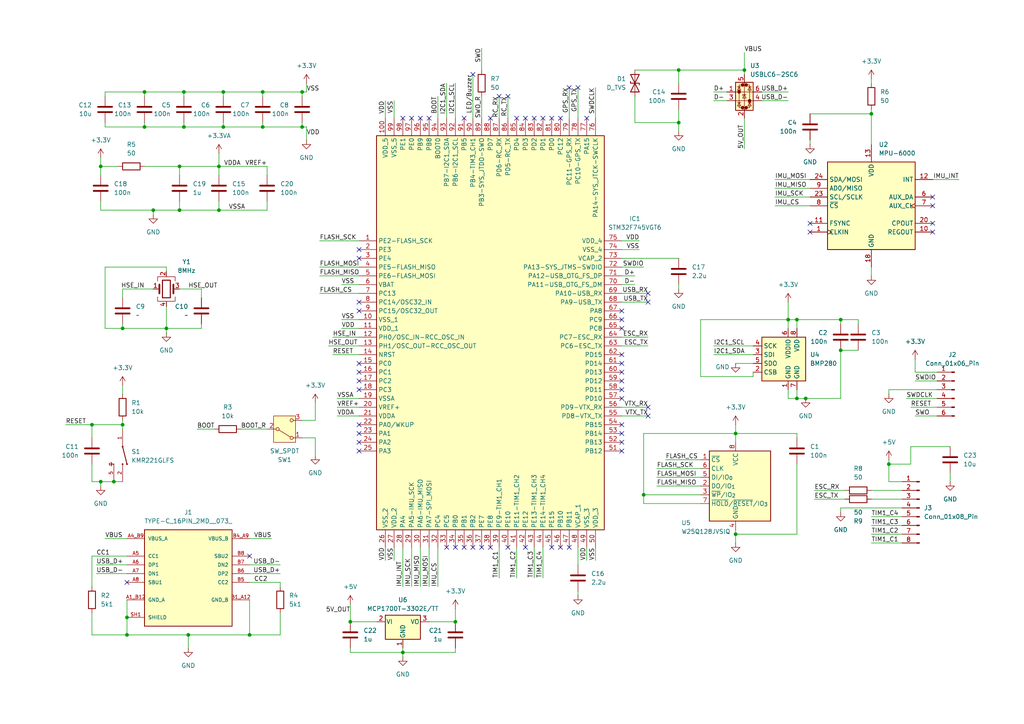
<source format=kicad_sch>
(kicad_sch (version 20250114) (generator "eeschema") (generator_version "9.0")
  (paper "A4")
  (junction (at 87.63 36.83))
  (junction (at 64.77 26.67))
  (junction (at 29.21 139.7))
  (junction (at 36.83 179.07))
  (junction (at 196.85 35.56))
  (junction (at 76.2 26.67))
  (junction (at 44.45 60.96))
  (junction (at 213.36 125.73))
  (junction (at 35.56 95.25))
  (junction (at 76.2 36.83))
  (junction (at 257.81 134.62))
  (junction (at 52.07 60.96))
  (junction (at 26.67 123.19))
  (junction (at 41.91 26.67))
  (junction (at 233.68 115.57))
  (junction (at 33.02 139.7))
  (junction (at 87.63 26.67))
  (junction (at 243.84 92.71))
  (junction (at 231.14 115.57))
  (junction (at 41.91 36.83))
  (junction (at 63.5 60.96))
  (junction (at 213.36 154.94))
  (junction (at 186.69 143.51))
  (junction (at 35.56 123.19))
  (junction (at 215.9 20.32))
  (junction (at 36.83 184.15))
  (junction (at 101.6 180.34))
  (junction (at 228.6 92.71))
  (junction (at 53.34 26.67))
  (junction (at 48.26 95.25))
  (junction (at 72.39 184.15))
  (junction (at 132.08 180.34))
  (junction (at 243.84 101.6))
  (junction (at 29.21 48.26))
  (junction (at 252.73 33.02))
  (junction (at 231.14 92.71))
  (junction (at 52.07 48.26))
  (junction (at 53.34 36.83))
  (junction (at 54.61 184.15))
  (junction (at 116.84 189.23))
  (junction (at 63.5 48.26))
  (junction (at 196.85 20.32))
  (junction (at 64.77 36.83))
  (no_connect (at 180.34 110.49))
  (no_connect (at 104.14 90.17))
  (no_connect (at 104.14 130.81))
  (no_connect (at 72.39 161.29))
  (no_connect (at 104.14 125.73))
  (no_connect (at 270.51 57.15))
  (no_connect (at 170.18 34.29))
  (no_connect (at 119.38 34.29))
  (no_connect (at 187.96 85.09))
  (no_connect (at 162.56 34.29))
  (no_connect (at 180.34 105.41))
  (no_connect (at 154.94 34.29))
  (no_connect (at 104.14 105.41))
  (no_connect (at 187.96 120.65))
  (no_connect (at 187.96 87.63))
  (no_connect (at 124.46 34.29))
  (no_connect (at 165.1 25.4))
  (no_connect (at 180.34 92.71))
  (no_connect (at 104.14 113.03))
  (no_connect (at 147.32 27.94))
  (no_connect (at 104.14 87.63))
  (no_connect (at 139.7 158.75))
  (no_connect (at 137.16 21.59))
  (no_connect (at 167.64 25.4))
  (no_connect (at 142.24 34.29))
  (no_connect (at 180.34 128.27))
  (no_connect (at 104.14 107.95))
  (no_connect (at 152.4 34.29))
  (no_connect (at 180.34 115.57))
  (no_connect (at 180.34 90.17))
  (no_connect (at 142.24 158.75))
  (no_connect (at 270.51 59.69))
  (no_connect (at 180.34 107.95))
  (no_connect (at 129.54 158.75))
  (no_connect (at 134.62 34.29))
  (no_connect (at 270.51 64.77))
  (no_connect (at 180.34 125.73))
  (no_connect (at 180.34 130.81))
  (no_connect (at 162.56 158.75))
  (no_connect (at 147.32 158.75))
  (no_connect (at 137.16 158.75))
  (no_connect (at 180.34 102.87))
  (no_connect (at 234.95 67.31))
  (no_connect (at 116.84 34.29))
  (no_connect (at 180.34 123.19))
  (no_connect (at 134.62 158.75))
  (no_connect (at 234.95 64.77))
  (no_connect (at 104.14 74.93))
  (no_connect (at 144.78 27.94))
  (no_connect (at 104.14 128.27))
  (no_connect (at 270.51 67.31))
  (no_connect (at 160.02 158.75))
  (no_connect (at 152.4 158.75))
  (no_connect (at 180.34 113.03))
  (no_connect (at 36.83 168.91))
  (no_connect (at 149.86 34.29))
  (no_connect (at 157.48 34.29))
  (no_connect (at 132.08 158.75))
  (no_connect (at 121.92 34.29))
  (no_connect (at 104.14 72.39))
  (no_connect (at 180.34 95.25))
  (no_connect (at 165.1 158.75))
  (no_connect (at 104.14 110.49))
  (no_connect (at 160.02 34.29))
  (no_connect (at 187.96 118.11))
  (no_connect (at 104.14 123.19))
  (wire (pts (xy 35.56 83.82) (xy 44.45 83.82)))
  (wire (pts (xy 26.67 170.18) (xy 26.67 161.29)))
  (wire (pts (xy 234.95 40.64) (xy 234.95 41.91)))
  (wire (pts (xy 257.81 114.3) (xy 257.81 113.03)))
  (wire (pts (xy 207.01 26.67) (xy 210.82 26.67)))
  (wire (pts (xy 26.67 161.29) (xy 36.83 161.29)))
  (wire (pts (xy 264.16 134.62) (xy 257.81 134.62)))
  (wire (pts (xy 207.01 102.87) (xy 218.44 102.87)))
  (wire (pts (xy 186.69 146.05) (xy 186.69 143.51)))
  (wire (pts (xy 63.5 58.42) (xy 63.5 60.96)))
  (wire (pts (xy 215.9 20.32) (xy 215.9 21.59)))
  (wire (pts (xy 224.79 54.61) (xy 234.95 54.61)))
  (wire (pts (xy 87.63 36.83) (xy 76.2 36.83)))
  (wire (pts (xy 180.34 77.47) (xy 186.69 77.47)))
  (wire (pts (xy 58.42 86.36) (xy 58.42 83.82)))
  (wire (pts (xy 193.04 133.35) (xy 203.2 133.35)))
  (wire (pts (xy 97.79 120.65) (xy 104.14 120.65)))
  (wire (pts (xy 228.6 115.57) (xy 231.14 115.57)))
  (wire (pts (xy 111.76 29.21) (xy 111.76 34.29)))
  (wire (pts (xy 91.44 121.92) (xy 91.44 116.84)))
  (wire (pts (xy 196.85 20.32) (xy 215.9 20.32)))
  (wire (pts (xy 172.72 25.4) (xy 172.72 34.29)))
  (wire (pts (xy 81.28 168.91) (xy 81.28 170.18)))
  (wire (pts (xy 149.86 158.75) (xy 149.86 167.64)))
  (wire (pts (xy 172.72 158.75) (xy 172.72 162.56)))
  (wire (pts (xy 81.28 177.8) (xy 81.28 184.15)))
  (wire (pts (xy 101.6 189.23) (xy 101.6 187.96)))
  (wire (pts (xy 30.48 77.47) (xy 30.48 95.25)))
  (wire (pts (xy 228.6 92.71) (xy 228.6 95.25)))
  (wire (pts (xy 252.73 142.24) (xy 261.62 142.24)))
  (wire (pts (xy 180.34 85.09) (xy 187.96 85.09)))
  (wire (pts (xy 101.6 175.26) (xy 101.6 180.34)))
  (wire (pts (xy 41.91 36.83) (xy 30.48 36.83)))
  (wire (pts (xy 257.81 133.35) (xy 257.81 134.62)))
  (wire (pts (xy 116.84 190.5) (xy 116.84 189.23)))
  (wire (pts (xy 64.77 35.56) (xy 64.77 36.83)))
  (wire (pts (xy 252.73 144.78) (xy 261.62 144.78)))
  (wire (pts (xy 196.85 20.32) (xy 196.85 24.13)))
  (wire (pts (xy 248.92 93.98) (xy 248.92 92.71)))
  (wire (pts (xy 72.39 173.99) (xy 72.39 184.15)))
  (wire (pts (xy 207.01 100.33) (xy 218.44 100.33)))
  (wire (pts (xy 180.34 82.55) (xy 184.15 82.55)))
  (wire (pts (xy 88.9 26.67) (xy 87.63 26.67)))
  (wire (pts (xy 184.15 27.94) (xy 184.15 35.56)))
  (wire (pts (xy 111.76 158.75) (xy 111.76 162.56)))
  (wire (pts (xy 144.78 158.75) (xy 144.78 167.64)))
  (wire (pts (xy 264.16 129.54) (xy 264.16 134.62)))
  (wire (pts (xy 52.07 58.42) (xy 52.07 60.96)))
  (wire (pts (xy 180.34 87.63) (xy 187.96 87.63)))
  (wire (pts (xy 54.61 184.15) (xy 72.39 184.15)))
  (wire (pts (xy 264.16 118.11) (xy 271.78 118.11)))
  (wire (pts (xy 63.5 60.96) (xy 77.47 60.96)))
  (wire (pts (xy 243.84 148.59) (xy 243.84 147.32)))
  (wire (pts (xy 26.67 139.7) (xy 29.21 139.7)))
  (wire (pts (xy 196.85 82.55) (xy 196.85 83.82)))
  (wire (pts (xy 228.6 87.63) (xy 228.6 92.71)))
  (wire (pts (xy 231.14 154.94) (xy 213.36 154.94)))
  (wire (pts (xy 92.71 80.01) (xy 104.14 80.01)))
  (wire (pts (xy 213.36 125.73) (xy 213.36 128.27)))
  (wire (pts (xy 76.2 36.83) (xy 64.77 36.83)))
  (wire (pts (xy 27.94 166.37) (xy 36.83 166.37)))
  (wire (pts (xy 236.22 142.24) (xy 245.11 142.24)))
  (wire (pts (xy 257.81 113.03) (xy 271.78 113.03)))
  (wire (pts (xy 132.08 180.34) (xy 124.46 180.34)))
  (wire (pts (xy 243.84 93.98) (xy 243.84 92.71)))
  (wire (pts (xy 257.81 139.7) (xy 261.62 139.7)))
  (wire (pts (xy 180.34 120.65) (xy 187.96 120.65)))
  (wire (pts (xy 243.84 147.32) (xy 261.62 147.32)))
  (wire (pts (xy 180.34 118.11) (xy 187.96 118.11)))
  (wire (pts (xy 220.98 29.21) (xy 228.6 29.21)))
  (wire (pts (xy 252.73 149.86) (xy 261.62 149.86)))
  (wire (pts (xy 29.21 139.7) (xy 33.02 139.7)))
  (wire (pts (xy 44.45 60.96) (xy 29.21 60.96)))
  (wire (pts (xy 92.71 69.85) (xy 104.14 69.85)))
  (wire (pts (xy 257.81 134.62) (xy 257.81 139.7)))
  (wire (pts (xy 30.48 156.21) (xy 36.83 156.21)))
  (wire (pts (xy 35.56 111.76) (xy 35.56 114.3)))
  (wire (pts (xy 196.85 35.56) (xy 196.85 38.1)))
  (wire (pts (xy 72.39 163.83) (xy 81.28 163.83)))
  (wire (pts (xy 87.63 26.67) (xy 76.2 26.67)))
  (wire (pts (xy 224.79 59.69) (xy 234.95 59.69)))
  (wire (pts (xy 186.69 143.51) (xy 186.69 125.73)))
  (wire (pts (xy 218.44 109.22) (xy 218.44 107.95)))
  (wire (pts (xy 167.64 171.45) (xy 167.64 172.72)))
  (wire (pts (xy 215.9 34.29) (xy 215.9 43.18)))
  (wire (pts (xy 36.83 184.15) (xy 54.61 184.15)))
  (wire (pts (xy 77.47 48.26) (xy 77.47 50.8)))
  (wire (pts (xy 63.5 48.26) (xy 77.47 48.26)))
  (wire (pts (xy 63.5 44.45) (xy 63.5 48.26)))
  (wire (pts (xy 87.63 35.56) (xy 87.63 36.83)))
  (wire (pts (xy 97.79 115.57) (xy 104.14 115.57)))
  (wire (pts (xy 132.08 24.13) (xy 132.08 34.29)))
  (wire (pts (xy 139.7 27.94) (xy 139.7 34.29)))
  (wire (pts (xy 252.73 157.48) (xy 261.62 157.48)))
  (wire (pts (xy 213.36 154.94) (xy 213.36 157.48)))
  (wire (pts (xy 41.91 26.67) (xy 41.91 27.94)))
  (wire (pts (xy 33.02 139.7) (xy 35.56 139.7)))
  (wire (pts (xy 87.63 121.92) (xy 91.44 121.92)))
  (wire (pts (xy 132.08 189.23) (xy 132.08 187.96)))
  (wire (pts (xy 52.07 48.26) (xy 52.07 50.8)))
  (wire (pts (xy 243.84 101.6) (xy 248.92 101.6)))
  (wire (pts (xy 190.5 140.97) (xy 203.2 140.97)))
  (wire (pts (xy 231.14 125.73) (xy 231.14 127)))
  (wire (pts (xy 157.48 158.75) (xy 157.48 167.64)))
  (wire (pts (xy 190.5 135.89) (xy 203.2 135.89)))
  (wire (pts (xy 203.2 92.71) (xy 228.6 92.71)))
  (wire (pts (xy 26.67 184.15) (xy 36.83 184.15)))
  (wire (pts (xy 57.15 124.46) (xy 62.23 124.46)))
  (wire (pts (xy 265.43 104.14) (xy 265.43 107.95)))
  (wire (pts (xy 190.5 138.43) (xy 203.2 138.43)))
  (wire (pts (xy 30.48 36.83) (xy 30.48 35.56)))
  (wire (pts (xy 63.5 48.26) (xy 63.5 50.8)))
  (wire (pts (xy 213.36 125.73) (xy 231.14 125.73)))
  (wire (pts (xy 154.94 158.75) (xy 154.94 167.64)))
  (wire (pts (xy 114.3 158.75) (xy 114.3 162.56)))
  (wire (pts (xy 92.71 77.47) (xy 104.14 77.47)))
  (wire (pts (xy 186.69 143.51) (xy 203.2 143.51)))
  (wire (pts (xy 116.84 189.23) (xy 132.08 189.23)))
  (wire (pts (xy 137.16 21.59) (xy 137.16 34.29)))
  (wire (pts (xy 29.21 58.42) (xy 29.21 60.96)))
  (wire (pts (xy 231.14 113.03) (xy 231.14 115.57)))
  (wire (pts (xy 186.69 125.73) (xy 213.36 125.73)))
  (wire (pts (xy 48.26 95.25) (xy 58.42 95.25)))
  (wire (pts (xy 220.98 26.67) (xy 228.6 26.67)))
  (wire (pts (xy 180.34 72.39) (xy 185.42 72.39)))
  (wire (pts (xy 243.84 92.71) (xy 231.14 92.71)))
  (wire (pts (xy 53.34 26.67) (xy 41.91 26.67)))
  (wire (pts (xy 76.2 26.67) (xy 76.2 27.94)))
  (wire (pts (xy 29.21 48.26) (xy 34.29 48.26)))
  (wire (pts (xy 35.56 86.36) (xy 35.56 83.82)))
  (wire (pts (xy 231.14 95.25) (xy 231.14 92.71)))
  (wire (pts (xy 58.42 95.25) (xy 58.42 93.98)))
  (wire (pts (xy 224.79 52.07) (xy 234.95 52.07)))
  (wire (pts (xy 26.67 177.8) (xy 26.67 184.15)))
  (wire (pts (xy 165.1 25.4) (xy 165.1 34.29)))
  (wire (pts (xy 92.71 85.09) (xy 104.14 85.09)))
  (wire (pts (xy 231.14 134.62) (xy 231.14 154.94)))
  (wire (pts (xy 87.63 26.67) (xy 87.63 27.94)))
  (wire (pts (xy 96.52 102.87) (xy 104.14 102.87)))
  (wire (pts (xy 180.34 74.93) (xy 196.85 74.93)))
  (wire (pts (xy 76.2 35.56) (xy 76.2 36.83)))
  (wire (pts (xy 231.14 92.71) (xy 228.6 92.71)))
  (wire (pts (xy 48.26 77.47) (xy 30.48 77.47)))
  (wire (pts (xy 180.34 97.79) (xy 187.96 97.79)))
  (wire (pts (xy 275.59 129.54) (xy 264.16 129.54)))
  (wire (pts (xy 231.14 115.57) (xy 233.68 115.57)))
  (wire (pts (xy 248.92 92.71) (xy 243.84 92.71)))
  (wire (pts (xy 64.77 26.67) (xy 53.34 26.67)))
  (wire (pts (xy 203.2 146.05) (xy 186.69 146.05)))
  (wire (pts (xy 63.5 60.96) (xy 52.07 60.96)))
  (wire (pts (xy 29.21 45.72) (xy 29.21 48.26)))
  (wire (pts (xy 88.9 36.83) (xy 87.63 36.83)))
  (wire (pts (xy 35.56 95.25) (xy 48.26 95.25)))
  (wire (pts (xy 36.83 179.07) (xy 36.83 184.15)))
  (wire (pts (xy 72.39 166.37) (xy 81.28 166.37)))
  (wire (pts (xy 270.51 52.07) (xy 278.13 52.07)))
  (wire (pts (xy 252.73 31.75) (xy 252.73 33.02)))
  (wire (pts (xy 88.9 24.13) (xy 88.9 26.67)))
  (wire (pts (xy 99.06 82.55) (xy 104.14 82.55)))
  (wire (pts (xy 19.05 123.19) (xy 26.67 123.19)))
  (wire (pts (xy 252.73 152.4) (xy 261.62 152.4)))
  (wire (pts (xy 30.48 26.67) (xy 30.48 27.94)))
  (wire (pts (xy 228.6 113.03) (xy 228.6 115.57)))
  (wire (pts (xy 101.6 189.23) (xy 116.84 189.23)))
  (wire (pts (xy 252.73 22.86) (xy 252.73 24.13)))
  (wire (pts (xy 35.56 123.19) (xy 35.56 124.46)))
  (wire (pts (xy 95.25 100.33) (xy 104.14 100.33)))
  (wire (pts (xy 48.26 77.47) (xy 48.26 78.74)))
  (wire (pts (xy 52.07 60.96) (xy 44.45 60.96)))
  (wire (pts (xy 69.85 124.46) (xy 77.47 124.46)))
  (wire (pts (xy 129.54 24.13) (xy 129.54 34.29)))
  (wire (pts (xy 48.26 88.9) (xy 48.26 95.25)))
  (wire (pts (xy 139.7 13.97) (xy 139.7 20.32)))
  (wire (pts (xy 77.47 58.42) (xy 77.47 60.96)))
  (wire (pts (xy 213.36 123.19) (xy 213.36 125.73)))
  (wire (pts (xy 53.34 36.83) (xy 41.91 36.83)))
  (wire (pts (xy 252.73 77.47) (xy 252.73 80.01)))
  (wire (pts (xy 236.22 144.78) (xy 245.11 144.78)))
  (wire (pts (xy 233.68 115.57) (xy 243.84 115.57)))
  (wire (pts (xy 27.94 163.83) (xy 36.83 163.83)))
  (wire (pts (xy 119.38 158.75) (xy 119.38 170.18)))
  (wire (pts (xy 87.63 127) (xy 91.44 127)))
  (wire (pts (xy 252.73 154.94) (xy 261.62 154.94)))
  (wire (pts (xy 72.39 156.21) (xy 78.74 156.21)))
  (wire (pts (xy 127 27.94) (xy 127 34.29)))
  (wire (pts (xy 29.21 139.7) (xy 29.21 140.97)))
  (wire (pts (xy 64.77 36.83) (xy 53.34 36.83)))
  (wire (pts (xy 54.61 184.15) (xy 54.61 187.96)))
  (wire (pts (xy 35.56 95.25) (xy 35.56 93.98)))
  (wire (pts (xy 53.34 35.56) (xy 53.34 36.83)))
  (wire (pts (xy 99.06 95.25) (xy 104.14 95.25)))
  (wire (pts (xy 76.2 26.67) (xy 64.77 26.67)))
  (wire (pts (xy 262.89 115.57) (xy 271.78 115.57)))
  (wire (pts (xy 184.15 20.32) (xy 196.85 20.32)))
  (wire (pts (xy 30.48 95.25) (xy 35.56 95.25)))
  (wire (pts (xy 234.95 33.02) (xy 252.73 33.02)))
  (wire (pts (xy 44.45 60.96) (xy 44.45 62.23)))
  (wire (pts (xy 167.64 25.4) (xy 167.64 34.29)))
  (wire (pts (xy 132.08 176.53) (xy 132.08 180.34)))
  (wire (pts (xy 36.83 173.99) (xy 36.83 179.07)))
  (wire (pts (xy 184.15 35.56) (xy 196.85 35.56)))
  (wire (pts (xy 99.06 92.71) (xy 104.14 92.71)))
  (wire (pts (xy 265.43 120.65) (xy 271.78 120.65)))
  (wire (pts (xy 26.67 123.19) (xy 26.67 127)))
  (wire (pts (xy 91.44 127) (xy 91.44 132.08)))
  (wire (pts (xy 243.84 115.57) (xy 243.84 101.6)))
  (wire (pts (xy 52.07 83.82) (xy 58.42 83.82)))
  (wire (pts (xy 41.91 35.56) (xy 41.91 36.83)))
  (wire (pts (xy 144.78 27.94) (xy 144.78 34.29)))
  (wire (pts (xy 224.79 57.15) (xy 234.95 57.15)))
  (wire (pts (xy 96.52 97.79) (xy 104.14 97.79)))
  (wire (pts (xy 114.3 29.21) (xy 114.3 34.29)))
  (wire (pts (xy 213.36 105.41) (xy 218.44 105.41)))
  (wire (pts (xy 147.32 27.94) (xy 147.32 34.29)))
  (wire (pts (xy 196.85 31.75) (xy 196.85 35.56)))
  (wire (pts (xy 170.18 158.75) (xy 170.18 162.56)))
  (wire (pts (xy 81.28 184.15) (xy 72.39 184.15)))
  (wire (pts (xy 48.26 95.25) (xy 48.26 96.52)))
  (wire (pts (xy 213.36 153.67) (xy 213.36 154.94)))
  (wire (pts (xy 53.34 26.67) (xy 53.34 27.94)))
  (wire (pts (xy 29.21 48.26) (xy 29.21 50.8)))
  (wire (pts (xy 265.43 107.95) (xy 271.78 107.95)))
  (wire (pts (xy 64.77 26.67) (xy 64.77 27.94)))
  (wire (pts (xy 218.44 109.22) (xy 203.2 109.22)))
  (wire (pts (xy 180.34 69.85) (xy 185.42 69.85)))
  (wire (pts (xy 180.34 80.01) (xy 184.15 80.01)))
  (wire (pts (xy 72.39 168.91) (xy 81.28 168.91)))
  (wire (pts (xy 88.9 36.83) (xy 88.9 40.64)))
  (wire (pts (xy 207.01 29.21) (xy 210.82 29.21)))
  (wire (pts (xy 41.91 26.67) (xy 30.48 26.67)))
  (wire (pts (xy 180.34 100.33) (xy 187.96 100.33)))
  (wire (pts (xy 116.84 158.75) (xy 116.84 170.18)))
  (wire (pts (xy 167.64 158.75) (xy 167.64 163.83)))
  (wire (pts (xy 127 158.75) (xy 127 170.18)))
  (wire (pts (xy 124.46 158.75) (xy 124.46 170.18)))
  (wire (pts (xy 252.73 33.02) (xy 252.73 41.91)))
  (wire (pts (xy 275.59 137.16) (xy 275.59 139.7)))
  (wire (pts (xy 26.67 123.19) (xy 35.56 123.19)))
  (wire (pts (xy 52.07 48.26) (xy 63.5 48.26)))
  (wire (pts (xy 41.91 48.26) (xy 52.07 48.26)))
  (wire (pts (xy 265.43 110.49) (xy 271.78 110.49)))
  (wire (pts (xy 26.67 134.62) (xy 26.67 139.7)))
  (wire (pts (xy 203.2 109.22) (xy 203.2 92.71)))
  (wire (pts (xy 215.9 15.24) (xy 215.9 20.32)))
  (wire (pts (xy 116.84 189.23) (xy 116.84 187.96)))
  (wire (pts (xy 101.6 180.34) (xy 109.22 180.34)))
  (wire (pts (xy 121.92 158.75) (xy 121.92 170.18)))
  (wire (pts (xy 97.79 118.11) (xy 104.14 118.11)))
  (wire (pts (xy 35.56 121.92) (xy 35.56 123.19)))
  (label "SWDIO" (at 265.43 110.49 0))
  (label "VSS" (at 99.06 92.71 0))
  (label "VSS" (at 185.42 72.39 180))
  (label "ESC_TX" (at 236.22 144.78 0))
  (label "TIM1_C1" (at 252.73 157.48 0))
  (label "IMU_CS" (at 224.79 59.69 0))
  (label "SWO_R" (at 139.7 34.29 90))
  (label "USB_D-" (at 81.28 163.83 180))
  (label "VDD" (at 170.18 162.56 90))
  (label "TIM1_C3" (at 252.73 152.4 0))
  (label "D-" (at 184.15 82.55 180))
  (label "D-" (at 207.01 29.21 0))
  (label "IMU_MISO" (at 224.79 54.61 0))
  (label "BOOT" (at 57.15 124.46 0))
  (label "VSS" (at 172.72 162.56 90))
  (label "SWDCLK" (at 262.89 115.57 0))
  (label "FLASH_SCK" (at 190.5 135.89 0))
  (label "FLASH_MISO" (at 190.5 140.97 0))
  (label "SWO" (at 265.43 120.65 0))
  (label "D+" (at 184.15 80.01 180))
  (label "IMU_CS" (at 127 170.18 90))
  (label "5V_OUT" (at 215.9 43.18 90))
  (label "VDDA" (at 69.85 48.26 180))
  (label "USB_D-" (at 27.94 166.37 0))
  (label "VSS" (at 114.3 162.56 90))
  (label "VDD" (at 111.76 162.56 90))
  (label "RESET" (at 96.52 102.87 0))
  (label "VSS" (at 99.06 82.55 0))
  (label "VBUS" (at 215.9 15.24 0))
  (label "BOOT_R" (at 69.85 124.46 0))
  (label "USB_D+" (at 81.28 166.37 180))
  (label "VDD" (at 111.76 29.21 270))
  (label "VSS" (at 114.3 29.21 270))
  (label "VSSA" (at 97.79 115.57 0))
  (label "VREF+" (at 97.79 118.11 0))
  (label "VDDA" (at 97.79 120.65 0))
  (label "VDD" (at 88.9 39.37 0))
  (label "VSS" (at 88.9 26.67 0))
  (label "CC2" (at 73.66 168.91 0))
  (label "VDD" (at 185.42 69.85 180))
  (label "HSE_IN" (at 41.91 83.82 180))
  (label "FLASH_CS" (at 92.71 85.09 0))
  (label "5V_OUT" (at 101.6 177.8 180))
  (label "USB_D+" (at 27.94 163.83 0))
  (label "D+" (at 207.01 26.67 0))
  (label "FLASH_MOSI" (at 190.5 138.43 0))
  (label "VREF+" (at 77.47 48.26 180))
  (label "IMU_INT" (at 116.84 170.18 90))
  (label "IMU_INT" (at 278.13 52.07 180))
  (label "IMU_SCK" (at 224.79 57.15 0))
  (label "BOOT" (at 127 27.94 270))
  (label "USB_D-" (at 228.6 29.21 180))
  (label "SWDCLK" (at 172.72 25.4 270))
  (label "GPS_TX" (at 167.64 25.4 270))
  (label "GPS_RX" (at 165.1 25.4 270))
  (label "RC_TX" (at 147.32 27.94 270))
  (label "RC_RX" (at 144.78 27.94 270))
  (label "SWO" (at 139.7 13.97 270))
  (label "I2C1_SDA" (at 129.54 24.13 270))
  (label "I2C1_SCL" (at 132.08 24.13 270))
  (label "LED{slash}Buzzer" (at 137.16 21.59 270))
  (label "USB_TX" (at 187.96 87.63 180))
  (label "USB_RX" (at 187.96 85.09 180))
  (label "ESC_RX" (at 187.96 97.79 180))
  (label "ESC_TX" (at 187.96 100.33 180))
  (label "VTX_TX" (at 187.96 120.65 180))
  (label "VTX_RX" (at 187.96 118.11 180))
  (label "SWDIO" (at 186.69 77.47 180))
  (label "TIM1_C4" (at 157.48 167.64 90))
  (label "IMU_SCK" (at 119.38 170.18 90))
  (label "TIM1_C2" (at 149.86 167.64 90))
  (label "TIM1_C1" (at 144.78 167.64 90))
  (label "TIM1_C3" (at 154.94 167.64 90))
  (label "IMU_MISO" (at 121.92 170.18 90))
  (label "IMU_MOSI" (at 124.46 170.18 90))
  (label "HSE_IN" (at 96.52 97.79 0))
  (label "HSE_OUT" (at 95.25 100.33 0))
  (label "FLASH_MISO" (at 92.71 80.01 0))
  (label "FLASH_MOSI" (at 92.71 77.47 0))
  (label "FLASH_SCK" (at 92.71 69.85 0))
  (label "TIM1_C4" (at 252.73 149.86 0))
  (label "VBUS" (at 78.74 156.21 180))
  (label "I2C1_SDA" (at 207.01 102.87 0))
  (label "FLASH_CS" (at 193.04 133.35 0))
  (label "USB_D+" (at 228.6 26.67 180))
  (label "RESET" (at 19.05 123.19 0))
  (label "IMU_MOSI" (at 224.79 52.07 0))
  (label "RESET" (at 264.16 118.11 0))
  (label "VSSA" (at 71.12 60.96 180))
  (label "HSE_OUT" (at 54.61 83.82 0))
  (label "CC1" (at 27.94 161.29 0))
  (label "TIM1_C2" (at 252.73 154.94 0))
  (label "I2C1_SCL" (at 207.01 100.33 0))
  (label "VDD" (at 99.06 95.25 0))
  (label "ESC_RX" (at 236.22 142.24 0))
  (label "VBUS" (at 30.48 156.21 0))
  (symbol (lib_id "power:+3.3V") (at 265.43 104.14 0) (unit 1)
    (property "Reference" "#PWR022" (effects (hide yes)))
    (property "Value" "+3.3V" (at 265.43 99.06 0))
    (property "Description" "Power symbol creates a global label with name \"+3.3V\"" (effects (hide yes)))
  )
  (symbol (lib_id "Device:R") (at 248.92 144.78 90) (mirror x) (unit 1)
    (property "Reference" "R9" (at 248.92 151.13 90))
    (property "Value" "50" (at 248.92 148.59 90))
    (property "Description" "Resistor" (effects (hide yes)))
  )
  (symbol (lib_id "Device:C") (at 248.92 97.79 180) (unit 1)
    (property "Reference" "C3" (at 252.73 96.5199 0) (effects (justify right)))
    (property "Value" "100n" (at 252.73 99.0599 0) (effects (justify right)))
  )
  (symbol (lib_id "Device:C") (at 58.42 90.17 0) (mirror y) (unit 1)
    (property "Reference" "C10" (at 54.61 88.8999 0) (effects (justify left)))
    (property "Value" "~" (at 54.61 91.4399 0) (effects (justify left)))
  )
  (symbol (lib_id "power:GND") (at 243.84 148.59 0) (unit 1)
    (property "Reference" "#PWR026" (effects (hide yes)))
    (property "Value" "GND" (at 243.84 153.67 0))
    (property "Description" "Power symbol creates a global label with name \"GND\" , ground" (effects (hide yes)))
  )
  (symbol (lib_id "power:+3.3V") (at 132.08 176.53 0) (unit 1)
    (property "Reference" "#PWR028" (effects (hide yes)))
    (property "Value" "+3.3V" (at 132.08 171.45 0))
    (property "Description" "Power symbol creates a global label with name \"+3.3V\"" (effects (hide yes)))
  )
  (symbol (lib_id "Device:C") (at 101.6 184.15 0) (unit 1)
    (property "Reference" "C22" (at 105.41 182.8799 0) (effects (justify left)))
    (property "Value" "1u" (at 105.41 185.4199 0) (effects (justify left)))
  )
  (symbol (lib_id "STM32F745VGT6:STM32F745VGT6") (at 104.14 69.85 0) (unit 1)
    (property "Reference" "IC1" (at 184.15 63.4298 0))
    (property "Value" "STM32F745VGT6" (at 184.15 65.9698 0))
    (property "Footprint" "02Footprints:QFP50P1600X1600X160-100N" (effects (hide yes)))
    (property "Datasheet" "https://www.st.com/resource/en/datasheet/stm32f745ie.pdf" (effects (hide yes)))
    (property "Description" "ARM Microcontrollers - MCU High-performance and DSP with FPU, ARM Cortex-M7 MCU with 1 Mbyte Flash, 216 MHz CPU, Art Accelerator, L1 cache,SDRAM;" (effects (hide yes)))
    (property "Height" "1.6" (effects (hide yes)))
  )
  (symbol (lib_id "Device:C") (at 35.56 90.17 0) (unit 1)
    (property "Reference" "C9" (at 39.37 88.8999 0) (effects (justify left)))
    (property "Value" "~" (at 39.37 91.4399 0) (effects (justify left)))
  )
  (symbol (lib_id "Device:D_TVS") (at 184.15 24.13 90) (unit 1)
    (property "Reference" "D1" (at 181.61 22.8599 90) (effects (justify left)))
    (property "Value" "D_TVS" (at 181.61 25.3999 90) (effects (justify left)))
    (property "Description" "Bidirectional transient-voltage-suppression diode" (effects (hide yes)))
  )
  (symbol (lib_id "power:GND") (at 48.26 96.52 0) (unit 1)
    (property "Reference" "#PWR07" (effects (hide yes)))
    (property "Value" "GND" (at 48.26 101.6 0))
    (property "Description" "Power symbol creates a global label with name \"GND\" , ground" (effects (hide yes)))
  )
  (symbol (lib_id "Connector:Conn_01x06_Pin") (at 276.86 113.03 0) (mirror y) (unit 1)
    (property "Reference" "J2" (at 276.225 102.87 0))
    (property "Value" "Conn_01x06_Pin" (at 276.225 105.41 0))
    (property "Footprint" "Connector_PinHeader_2.54mm:PinHeader_1x06_P2.54mm_Vertical" (effects (hide yes)))
    (property "Description" "Generic connector, single row, 01x06, script generated" (effects (hide yes)))
  )
  (symbol (lib_id "power:+3.3VA") (at 63.5 44.45 0) (unit 1)
    (property "Reference" "#PWR020" (effects (hide yes)))
    (property "Value" "+3.3VA" (at 63.5 39.37 0))
    (property "Description" "Power symbol creates a global label with name \"+3.3VA\"" (effects (hide yes)))
  )
  (symbol (lib_id "power:GND") (at 213.36 105.41 0) (unit 1)
    (property "Reference" "#PWR05" (effects (hide yes)))
    (property "Value" "GND" (at 209.55 106.426 0))
    (property "Description" "Power symbol creates a global label with name \"GND\" , ground" (effects (hide yes)))
  )
  (symbol (lib_id "power:+3.3V") (at 91.44 116.84 0) (unit 1)
    (property "Reference" "#PWR010" (effects (hide yes)))
    (property "Value" "+3.3V" (at 91.44 111.76 0))
    (property "Description" "Power symbol creates a global label with name \"+3.3V\"" (effects (hide yes)))
  )
  (symbol (lib_id "power:+3.3V") (at 29.21 45.72 0) (unit 1)
    (property "Reference" "#PWR021" (effects (hide yes)))
    (property "Value" "+3.3V" (at 29.21 40.64 0))
    (property "Description" "Power symbol creates a global label with name \"+3.3V\"" (effects (hide yes)))
  )
  (symbol (lib_id "Device:R") (at 26.67 173.99 0) (unit 1)
    (property "Reference" "R2" (at 29.21 172.7199 0) (effects (justify left)))
    (property "Value" "5k1" (at 29.21 175.2599 0) (effects (justify left)))
  )
  (symbol (lib_id "power:GND") (at 257.81 114.3 0) (unit 1)
    (property "Reference" "#PWR024" (effects (hide yes)))
    (property "Value" "GND" (at 257.81 119.38 0))
    (property "Description" "Power symbol creates a global label with name \"GND\" , ground" (effects (hide yes)))
  )
  (symbol (lib_id "power:GND") (at 196.85 38.1 0) (unit 1)
    (property "Reference" "#PWR018" (effects (hide yes)))
    (property "Value" "GND" (at 196.85 43.18 0))
    (property "Description" "Power symbol creates a global label with name \"GND\" , ground" (effects (hide yes)))
  )
  (symbol (lib_id "Device:R") (at 35.56 118.11 180) (unit 1)
    (property "Reference" "R1" (at 38.1 116.8399 0) (effects (justify right)))
    (property "Value" "10k" (at 38.1 119.3799 0) (effects (justify right)))
  )
  (symbol (lib_id "power:GND") (at 213.36 157.48 0) (unit 1)
    (property "Reference" "#PWR02" (effects (hide yes)))
    (property "Value" "GND" (at 213.36 162.56 0))
    (property "Description" "Power symbol creates a global label with name \"GND\" , ground" (effects (hide yes)))
  )
  (symbol (lib_id "Device:R") (at 252.73 27.94 0) (unit 1)
    (property "Reference" "R6" (at 255.27 26.6699 0) (effects (justify left)))
    (property "Value" "50" (at 255.27 29.2099 0) (effects (justify left)))
    (property "Description" "Resistor" (effects (hide yes)))
  )
  (symbol (lib_id "power:+3.3V") (at 252.73 22.86 0) (unit 1)
    (property "Reference" "#PWR012" (effects (hide yes)))
    (property "Value" "+3.3V" (at 252.73 17.78 0))
    (property "Description" "Power symbol creates a global label with name \"+3.3V\"" (effects (hide yes)))
  )
  (symbol (lib_id "Sensor_Pressure:BMP280") (at 228.6 105.41 0) (unit 1)
    (property "Reference" "U4" (at 234.95 102.8699 0) (effects (justify left)))
    (property "Value" "BMP280" (at 234.95 105.4099 0) (effects (justify left)))
    (property "Footprint" "Package_LGA:Bosch_LGA-8_2x2.5mm_P0.65mm_ClockwisePinNumbering" (effects (hide yes)))
    (property "Datasheet" "https://ae-bst.resource.bosch.com/media/_tech/media/datasheets/BST-BMP280-DS001.pdf" (effects (hide yes)))
    (property "Description" "Absolute Barometric Pressure Sensor, LGA-8" (effects (hide yes)))
  )
  (symbol (lib_id "power:GND") (at 44.45 62.23 0) (unit 1)
    (property "Reference" "#PWR023" (effects (hide yes)))
    (property "Value" "GND" (at 44.45 67.31 0))
    (property "Description" "Power symbol creates a global label with name \"GND\" , ground" (effects (hide yes)))
  )
  (symbol (lib_id "Device:C") (at 76.2 31.75 0) (unit 1)
    (property "Reference" "C7" (at 72.39 30.4799 0) (effects (justify right)))
    (property "Value" "100n" (at 72.39 33.0199 0) (effects (justify right)))
  )
  (symbol (lib_id "power:GND") (at 88.9 40.64 0) (unit 1)
    (property "Reference" "#PWR019" (effects (hide yes)))
    (property "Value" "GND" (at 88.9 45.72 0))
    (property "Description" "Power symbol creates a global label with name \"GND\" , ground" (effects (hide yes)))
  )
  (symbol (lib_id "power:+3.3V") (at 88.9 24.13 0) (unit 1)
    (property "Reference" "#PWR017" (effects (hide yes)))
    (property "Value" "+3.3V" (at 88.9 19.05 0))
    (property "Description" "Power symbol creates a global label with name \"+3.3V\"" (effects (hide yes)))
  )
  (symbol (lib_id "KMR221GLFS:KMR221GLFS") (at 35.56 132.08 270) (unit 1)
    (property "Reference" "S1" (at 38.1 131.0004 90) (effects (justify left)))
    (property "Value" "KMR221GLFS" (at 38.1 133.5404 90) (effects (justify left)))
    (property "Footprint" "02Footprints:SW_KMR221GLFS" (effects (hide yes)))
    (property "Datasheet" "https://jlcpcb.com/api/file/downloadByFileSystemAccessId/8588916370310369280" (effects (hide yes)))
    (property "Description" "KMR221GLFS" (effects (hide yes)))
    (property "Part NO." "C72443" (effects (hide yes)))
    (property "MF" "C&K" (effects (hide yes)))
    (property "Description_1" "Tactile Switch SPST-NO Top Actuated Surface Mount" (effects (hide yes)))
    (property "Package" "None" (effects (hide yes)))
    (property "Price" "None" (effects (hide yes)))
    (property "Check_prices" "https://www.snapeda.com/parts/KMR221GLFS/C%2526K/view-part/?ref=eda" (effects (hide yes)))
    (property "SnapEDA_Link" "https://www.snapeda.com/parts/KMR221GLFS/C%2526K/view-part/?ref=snap" (effects (hide yes)))
    (property "MP" "KMR221GLFS" (effects (hide yes)))
    (property "Availability" "In Stock" (effects (hide yes)))
    (property "MANUFACTURER" "CnK" (effects (hide yes)))
  )
  (symbol (lib_id "Device:R") (at 248.92 142.24 90) (unit 1)
    (property "Reference" "R8" (at 248.92 135.89 90))
    (property "Value" "50" (at 248.92 138.43 90))
    (property "Description" "Resistor" (effects (hide yes)))
  )
  (symbol (lib_id "Device:C") (at 231.14 130.81 180) (unit 1)
    (property "Reference" "C1" (at 234.95 129.5399 0) (effects (justify right)))
    (property "Value" "100n" (at 234.95 132.0799 0) (effects (justify right)))
  )
  (symbol (lib_id "Regulator_Linear:MCP1700x-330xxMB") (at 116.84 180.34 0) (unit 1)
    (property "Reference" "U6" (at 116.84 173.99 0))
    (property "Value" "MCP1700T-3302E/TT" (at 116.84 176.53 0))
    (property "Footprint" "Package_TO_SOT_SMD:SOT-89-3" (effects (hide yes)))
    (property "Datasheet" "http://ww1.microchip.com/downloads/en/DeviceDoc/20001826D.pdf" (effects (hide yes)))
    (property "Description" "250mA Low Quiscent Current LDO, 3.3V output, SOT-89" (effects (hide yes)))
  )
  (symbol (lib_id "Device:C") (at 64.77 31.75 0) (unit 1)
    (property "Reference" "C6" (at 60.96 30.4799 0) (effects (justify right)))
    (property "Value" "100n" (at 60.96 33.0199 0) (effects (justify right)))
  )
  (symbol (lib_id "power:GND") (at 91.44 132.08 0) (unit 1)
    (property "Reference" "#PWR011" (effects (hide yes)))
    (property "Value" "GND" (at 91.44 137.16 0))
    (property "Description" "Power symbol creates a global label with name \"GND\" , ground" (effects (hide yes)))
  )
  (symbol (lib_id "Device:C") (at 29.21 54.61 180) (unit 1)
    (property "Reference" "C18" (at 33.02 53.3399 0) (effects (justify right)))
    (property "Value" "100n" (at 33.02 55.8799 0) (effects (justify right)))
  )
  (symbol (lib_id "Device:C") (at 63.5 54.61 180) (unit 1)
    (property "Reference" "C15" (at 67.31 53.3399 0) (effects (justify right)))
    (property "Value" "100n" (at 67.31 55.8799 0) (effects (justify right)))
  )
  (symbol (lib_id "Device:R") (at 139.7 24.13 0) (unit 1)
    (property "Reference" "R7" (at 142.24 22.8599 0) (effects (justify left)))
    (property "Value" "50" (at 142.24 25.3999 0) (effects (justify left)))
    (property "Description" "Resistor" (effects (hide yes)))
  )
  (symbol (lib_id "Device:C") (at 196.85 27.94 0) (unit 1)
    (property "Reference" "C14" (at 193.04 26.6699 0) (effects (justify right)))
    (property "Value" "100n" (at 193.04 29.2099 0) (effects (justify right)))
  )
  (symbol (lib_id "power:+3.3V") (at 35.56 111.76 0) (unit 1)
    (property "Reference" "#PWR08" (effects (hide yes)))
    (property "Value" "+3.3V" (at 35.56 106.68 0))
    (property "Description" "Power symbol creates a global label with name \"+3.3V\"" (effects (hide yes)))
  )
  (symbol (lib_id "Device:C") (at 77.47 54.61 180) (unit 1)
    (property "Reference" "C20" (at 81.28 53.3399 0) (effects (justify right)))
    (property "Value" "100n" (at 81.28 55.8799 0) (effects (justify right)))
  )
  (symbol (lib_id "power:+5V") (at 101.6 175.26 0) (unit 1)
    (property "Reference" "#PWR029" (effects (hide yes)))
    (property "Value" "+5V" (at 101.6 170.18 0))
    (property "Description" "Power symbol creates a global label with name \"+5V\"" (effects (hide yes)))
  )
  (symbol (lib_id "Power_Protection:USBLC6-2SC6") (at 215.9 26.67 0) (unit 1)
    (property "Reference" "U3" (at 217.5511 19.05 0) (effects (justify left)))
    (property "Value" "USBLC6-2SC6" (at 217.5511 21.59 0) (effects (justify left)))
    (property "Footprint" "Package_TO_SOT_SMD:SOT-23-6" (effects (hide yes)))
    (property "Datasheet" "https://www.st.com/resource/en/datasheet/usblc6-2.pdf" (effects (hide yes)))
    (property "Description" "Very low capacitance ESD protection diode, 2 data-line, SOT-23-6" (effects (hide yes)))
    (property "Part NO." "C7519" (effects (hide yes)))
  )
  (symbol (lib_id "Device:Crystal_GND24") (at 48.26 83.82 0) (unit 1)
    (property "Reference" "Y1" (at 54.102 75.946 0))
    (property "Value" "8MHz" (at 54.102 78.486 0))
    (property "Datasheet" "https://jlcpcb.com/api/file/downloadByFileSystemAccessId/8588880998050779136" (effects (hide yes)))
    (property "Description" "X322524MOB4SI" (effects (hide yes)))
    (property "Part NO." "C70590" (effects (hide yes)))
  )
  (symbol (lib_id "power:GND") (at 116.84 190.5 0) (unit 1)
    (property "Reference" "#PWR027" (effects (hide yes)))
    (property "Value" "GND" (at 116.84 195.58 0))
    (property "Description" "Power symbol creates a global label with name \"GND\" , ground" (effects (hide yes)))
  )
  (symbol (lib_id "TYPE-C_16PIN_2MD__073_:TYPE-C_16PIN_2MD__073_") (at 54.61 166.37 0) (unit 1)
    (property "Reference" "J1" (at 54.61 148.59 0))
    (property "Value" "TYPE-C_16PIN_2MD__073_" (at 54.61 151.13 0))
    (property "Footprint" "02Footprints:SHOUHAN_TYPE-C_16PIN_2MD__073_" (effects (hide yes)))
    (property "Datasheet" "https://jlcpcb.com/api/file/downloadByFileSystemAccessId/8588893971980423168" (effects (hide yes)))
    (property "Description" "TYPE-C16PIN" (effects (hide yes)))
    (property "Part NO." "C393939" (effects (hide yes)))
    (property "MF" "Shouhan" (effects (hide yes)))
    (property "MAXIMUM_PACKAGE_HEIGHT" "3.16mm" (effects (hide yes)))
    (property "CREATOR" "AMINA" (effects (hide yes)))
    (property "Price" "None" (effects (hide yes)))
    (property "Package" "Package" (effects (hide yes)))
    (property "Check_prices" "https://www.snapeda.com/parts/TYPE-C%2016PIN%202MD%20(073)/Shouhan/view-part/?ref=eda" (effects (hide yes)))
    (property "STANDARD" "Manufacturer Recommendations" (effects (hide yes)))
    (property "PARTREV" "A" (effects (hide yes)))
    (property "VERIFIER" "Your name, use the same always" (effects (hide yes)))
    (property "SnapEDA_Link" "https://www.snapeda.com/parts/TYPE-C%2016PIN%202MD%20(073)/Shouhan/view-part/?ref=snap" (effects (hide yes)))
    (property "MP" "TYPE-C 16PIN 2MD (073)" (effects (hide yes)))
    (property "Description_1" "DC-5V 5A Type C USB" (effects (hide yes)))
    (property "Availability" "Not in stock" (effects (hide yes)))
    (property "MANUFACTURER" "Shouhan" (effects (hide yes)))
  )
  (symbol (lib_id "Device:C") (at 30.48 31.75 0) (mirror y) (unit 1)
    (property "Reference" "C12" (at 26.67 30.4799 0) (effects (justify left)))
    (property "Value" "10u" (at 26.67 33.0199 0) (effects (justify left)))
  )
  (symbol (lib_id "Device:C") (at 53.34 31.75 0) (unit 1)
    (property "Reference" "C5" (at 49.53 30.4799 0) (effects (justify right)))
    (property "Value" "100n" (at 49.53 33.0199 0) (effects (justify right)))
  )
  (symbol (lib_id "power:GND") (at 275.59 139.7 0) (unit 1)
    (property "Reference" "#PWR030" (effects (hide yes)))
    (property "Value" "GND" (at 275.59 144.78 0))
    (property "Description" "Power symbol creates a global label with name \"GND\" , ground" (effects (hide yes)))
  )
  (symbol (lib_id "power:GND") (at 167.64 172.72 0) (unit 1)
    (property "Reference" "#PWR015" (effects (hide yes)))
    (property "Value" "GND" (at 167.64 177.8 0))
    (property "Description" "Power symbol creates a global label with name \"GND\" , ground" (effects (hide yes)))
  )
  (symbol (lib_id "Device:R") (at 81.28 173.99 0) (unit 1)
    (property "Reference" "R4" (at 83.82 172.7199 0) (effects (justify left)))
    (property "Value" "5k1" (at 83.82 175.2599 0) (effects (justify left)))
  )
  (symbol (lib_id "Device:R") (at 38.1 48.26 90) (unit 1)
    (property "Reference" "R5" (at 38.1 41.91 90))
    (property "Value" "50" (at 38.1 44.45 90))
    (property "Description" "Resistor" (effects (hide yes)))
  )
  (symbol (lib_id "power:+3.3V") (at 213.36 123.19 0) (unit 1)
    (property "Reference" "#PWR01" (effects (hide yes)))
    (property "Value" "+3.3V" (at 213.36 118.11 0))
    (property "Description" "Power symbol creates a global label with name \"+3.3V\"" (effects (hide yes)))
  )
  (symbol (lib_id "power:GND") (at 196.85 83.82 0) (unit 1)
    (property "Reference" "#PWR016" (effects (hide yes)))
    (property "Value" "GND" (at 196.85 88.9 0))
    (property "Description" "Power symbol creates a global label with name \"GND\" , ground" (effects (hide yes)))
  )
  (symbol (lib_id "Device:C") (at 243.84 97.79 0) (mirror x) (unit 1)
    (property "Reference" "C2" (at 240.03 96.5199 0) (effects (justify right)))
    (property "Value" "100n" (at 240.03 99.0599 0) (effects (justify right)))
  )
  (symbol (lib_id "Device:C") (at 196.85 78.74 180) (unit 1)
    (property "Reference" "C17" (at 200.66 77.4699 0) (effects (justify right)))
    (property "Value" "2.2u" (at 200.66 80.0099 0) (effects (justify right)))
  )
  (symbol (lib_id "power:+5V") (at 257.81 133.35 0) (unit 1)
    (property "Reference" "#PWR025" (effects (hide yes)))
    (property "Value" "+5V" (at 257.81 128.27 0))
    (property "Description" "Power symbol creates a global label with name \"+5V\"" (effects (hide yes)))
  )
  (symbol (lib_id "Device:C") (at 41.91 31.75 0) (unit 1)
    (property "Reference" "C13" (at 38.1 30.4799 0) (effects (justify right)))
    (property "Value" "100n" (at 38.1 33.0199 0) (effects (justify right)))
  )
  (symbol (lib_id "Device:R") (at 66.04 124.46 90) (unit 1)
    (property "Reference" "R3" (at 66.04 118.11 90))
    (property "Value" "10k" (at 66.04 120.65 90))
  )
  (symbol (lib_id "power:+3.3V") (at 228.6 87.63 0) (unit 1)
    (property "Reference" "#PWR03" (effects (hide yes)))
    (property "Value" "+3.3V" (at 228.6 82.55 0))
    (property "Description" "Power symbol creates a global label with name \"+3.3V\"" (effects (hide yes)))
  )
  (symbol (lib_id "Memory_Flash:W25Q128JVS") (at 213.36 140.97 0) (unit 1)
    (property "Reference" "U5" (at 197.612 151.638 0) (effects (justify left)))
    (property "Value" "W25Q128JVSIQ" (at 197.612 154.178 0) (effects (justify left)))
    (property "Footprint" "Package_SO:SOIC-8_5.3x5.3mm_P1.27mm" (effects (hide yes)))
    (property "Datasheet" "https://www.winbond.com/resource-files/w25q128jv_dtr%20revc%2003272018%20plus.pdf" (effects (hide yes)))
    (property "Description" "128Mbit / 16MiB Serial Flash Memory, Standard/Dual/Quad SPI, 2.7-3.6V, SOIC-8" (effects (hide yes)))
  )
  (symbol (lib_id "power:GND") (at 54.61 187.96 0) (unit 1)
    (property "Reference" "#PWR014" (effects (hide yes)))
    (property "Value" "GND" (at 54.61 193.04 0))
    (property "Description" "Power symbol creates a global label with name \"GND\" , ground" (effects (hide yes)))
  )
  (symbol (lib_id "power:GND") (at 233.68 115.57 0) (unit 1)
    (property "Reference" "#PWR04" (effects (hide yes)))
    (property "Value" "GND" (at 233.68 120.65 0))
    (property "Description" "Power symbol creates a global label with name \"GND\" , ground" (effects (hide yes)))
  )
  (symbol (lib_id "Device:C") (at 275.59 133.35 0) (unit 1)
    (property "Reference" "C23" (at 279.4 132.0799 0) (effects (justify left)))
    (property "Value" "10u" (at 279.4 134.6199 0) (effects (justify left)))
  )
  (symbol (lib_id "Switch:SW_SPDT") (at 82.55 124.46 0) (mirror x) (unit 1)
    (property "Reference" "SW1" (at 82.55 133.35 0))
    (property "Value" "SW_SPDT" (at 82.55 130.81 0))
    (property "Footprint" "02Footprints:SW-SMD_SSSS810701" (effects (hide yes)))
    (property "Datasheet" "https://jlcpcb.com/api/file/downloadByFileSystemAccessId/8588917637593751552" (effects (hide yes)))
    (property "Description" "SSSS810701" (effects (hide yes)))
    (property "Part NO." "C97433" (effects (hide yes)))
  )
  (symbol (lib_id "Device:C") (at 167.64 167.64 0) (unit 1)
    (property "Reference" "C16" (at 171.45 166.3699 0) (effects (justify left)))
    (property "Value" "2.2u" (at 171.45 168.9099 0) (effects (justify left)))
  )
  (symbol (lib_id "Device:C") (at 87.63 31.75 0) (unit 1)
    (property "Reference" "C8" (at 83.82 30.4799 0) (effects (justify right)))
    (property "Value" "100n" (at 83.82 33.0199 0) (effects (justify right)))
  )
  (symbol (lib_id "power:GND") (at 29.21 140.97 0) (unit 1)
    (property "Reference" "#PWR09" (effects (hide yes)))
    (property "Value" "GND" (at 29.21 146.05 0))
    (property "Description" "Power symbol creates a global label with name \"GND\" , ground" (effects (hide yes)))
  )
  (symbol (lib_id "Device:C") (at 234.95 36.83 0) (unit 1)
    (property "Reference" "C4" (at 231.14 35.5599 0) (effects (justify right)))
    (property "Value" "100n" (at 231.14 38.0999 0) (effects (justify right)))
  )
  (symbol (lib_id "Device:C") (at 26.67 130.81 0) (unit 1)
    (property "Reference" "C11" (at 22.86 129.5399 0) (effects (justify right)))
    (property "Value" "100n" (at 22.86 132.0799 0) (effects (justify right)))
  )
  (symbol (lib_id "power:GND") (at 252.73 80.01 0) (unit 1)
    (property "Reference" "#PWR013" (effects (hide yes)))
    (property "Value" "GND" (at 252.73 85.09 0))
    (property "Description" "Power symbol creates a global label with name \"GND\" , ground" (effects (hide yes)))
  )
  (symbol (lib_id "Device:C") (at 132.08 184.15 0) (mirror y) (unit 1)
    (property "Reference" "C21" (at 128.27 182.8799 0) (effects (justify left)))
    (property "Value" "1u" (at 128.27 185.4199 0) (effects (justify left)))
  )
  (symbol (lib_id "Sensor_Motion:MPU-6000") (at 252.73 59.69 0) (unit 1)
    (property "Reference" "U2" (at 254.8733 41.91 0) (effects (justify left)))
    (property "Value" "MPU-6000" (at 254.8733 44.45 0) (effects (justify left)))
    (property "Footprint" "Sensor_Motion:InvenSense_QFN-24_4x4mm_P0.5mm" (effects (hide yes)))
    (property "Datasheet" "https://invensense.tdk.com/wp-content/uploads/2015/02/MPU-6000-Datasheet1.pdf" (effects (hide yes)))
    (property "Description" "InvenSense 6-Axis Motion Sensor, Gyroscope, Accelerometer, I2C/SPI" (effects (hide yes)))
  )
  (symbol (lib_id "Connector:Conn_01x08_Pin") (at 266.7 147.32 0) (mirror y) (unit 1)
    (property "Reference" "J3" (at 267.97 147.3199 0) (effects (justify right)))
    (property "Value" "Conn_01x08_Pin" (at 267.97 149.8599 0) (effects (justify right)))
    (property "Description" "Generic connector, single row, 01x08, script generated" (effects (hide yes)))
  )
  (symbol (lib_id "Device:C") (at 52.07 54.61 0) (unit 1)
    (property "Reference" "C19" (at 55.88 53.3399 0) (effects (justify left)))
    (property "Value" "1u" (at 55.88 55.8799 0) (effects (justify left)))
    (property "Description" "Unpolarized capacitor" (effects (hide yes)))
  )
  (symbol (lib_id "power:GND") (at 234.95 41.91 0) (unit 1)
    (property "Reference" "#PWR06" (effects (hide yes)))
    (property "Value" "GND" (at 234.95 46.99 0))
    (property "Description" "Power symbol creates a global label with name \"GND\" , ground" (effects (hide yes)))
  )
)
</source>
